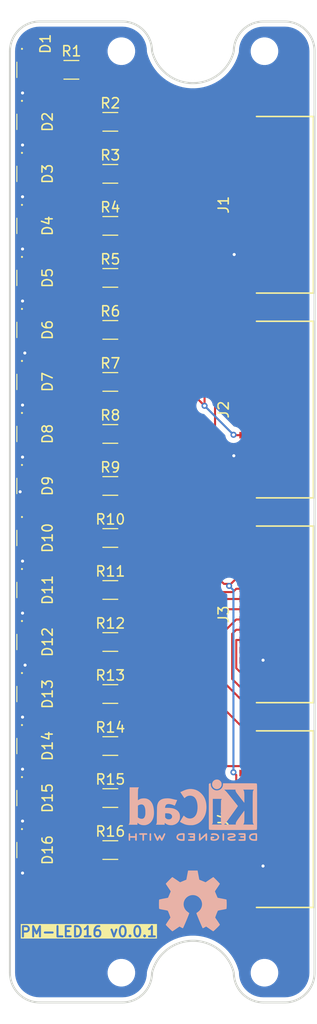
<source format=kicad_pcb>
(kicad_pcb (version 20240108) (generator "pcbnew") (generator_version "8.0")
  (title_block (title "${article} v${version}"))
  (layers (0 "F.Cu" signal) (31 "B.Cu" signal) (34 "B.Paste" user) (35 "F.Paste" user) (36 "B.SilkS" user "B.Silkscreen") (37 "F.SilkS" user "F.Silkscreen") (38 "B.Mask" user) (39 "F.Mask" user) (44 "Edge.Cuts" user))
  (property "article" "PM-LED16")
  (property "version" "0.0.1")
  (net 0 "")
  (net 1 "Net-(D1-Pad1)")
  (net 2 "GND")
  (net 3 "Net-(D2-Pad1)")
  (net 4 "Net-(D3-Pad1)")
  (net 5 "Net-(D4-Pad1)")
  (net 6 "Net-(D5-Pad1)")
  (net 7 "Net-(D6-Pad1)")
  (net 8 "Net-(D7-Pad1)")
  (net 9 "Net-(D8-Pad1)")
  (net 10 "Net-(D9-Pad1)")
  (net 11 "Net-(D10-Pad1)")
  (net 12 "Net-(D11-Pad1)")
  (net 13 "Net-(D12-Pad1)")
  (net 14 "Net-(D13-Pad1)")
  (net 15 "Net-(D14-Pad1)")
  (net 16 "Net-(D15-Pad1)")
  (net 17 "Net-(D16-Pad1)")
  (net 18 "Net-(J1-Pin_6)")
  (net 19 "Net-(J1-Pin_9)")
  (net 20 "Net-(J1-Pin_3)")
  (net 21 "Net-(J1-Pin_4)")
  (net 22 "Net-(J1-Pin_7)")
  (net 23 "Net-(J1-Pin_2)")
  (net 24 "Net-(J1-Pin_5)")
  (net 25 "Net-(J1-Pin_8)")
  (net 26 "Net-(J3-Pin_5)")
  (net 27 "Net-(J3-Pin_2)")
  (net 28 "Net-(J3-Pin_4)")
  (net 29 "Net-(J3-Pin_6)")
  (net 30 "Net-(J3-Pin_3)")
  (net 31 "Net-(J3-Pin_7)")
  (net 32 "Net-(J3-Pin_8)")
  (net 33 "Net-(J3-Pin_9)")
  (footprint "kicad_inventree_lib:1221GHCYR2S22C" (layer "F.Cu") (at 51.576 57.62 90)
    (property "Reference" "D1" (at 2.54 2.794 90) (layer "F.SilkS"))
    (property "Value" "12-21_GHC-YR2S2_2C" (hide yes))
    (pad "1" smd rect (at 1.42 0.555 90) (size 0.63 1.41) (layers "F.Cu" "F.Paste" "F.Mask") (net 1 "Net-(D1-Pad1)"))
    (pad "2" smd rect (at -1.42 0.555 90) (size 0.63 1.41) (layers "F.Cu" "F.Paste" "F.Mask") (net 2 "GND"))
    (pad "3" smd rect (at 0 1.045 180) (size 0.43 1.07) (layers "F.Cu" "F.Paste" "F.Mask"))
  )
  (footprint "Resistor_SMD:R_1206_3216Metric_Pad1.30x1.75mm_HandSolder" (layer "F.Cu") (at 60.72 93.18)
    (property "Reference" "R8" (at 0 -1.82 0) (layer "F.SilkS"))
    (property "Value" "680R")
    (pad "1" smd roundrect (at -1.55 0) (size 1.3 1.75) (layers "F.Cu" "F.Paste" "F.Mask") (roundrect_rratio 0.192308) (net 9 "Net-(D8-Pad1)"))
    (pad "2" smd roundrect (at 1.55 0) (size 1.3 1.75) (layers "F.Cu" "F.Paste" "F.Mask") (roundrect_rratio 0.192308) (net 23 "Net-(J1-Pin_2)"))
  )
  (footprint "Resistor_SMD:R_1206_3216Metric_Pad1.30x1.75mm_HandSolder" (layer "F.Cu") (at 60.72 103.34)
    (property "Reference" "R10" (at 0 -1.82 0) (layer "F.SilkS"))
    (property "Value" "680R")
    (pad "1" smd roundrect (at -1.55 0) (size 1.3 1.75) (layers "F.Cu" "F.Paste" "F.Mask") (roundrect_rratio 0.192308) (net 11 "Net-(D10-Pad1)"))
    (pad "2" smd roundrect (at 1.55 0) (size 1.3 1.75) (layers "F.Cu" "F.Paste" "F.Mask") (roundrect_rratio 0.192308) (net 32 "Net-(J3-Pin_8)"))
  )
  (footprint "kicad_inventree_lib:CONN10_AFA07-S10_JUS" (layer "F.Cu") (at 77.8 130.8 90)
    (property "Reference" "J4" (at 0 -6 90) (layer "F.SilkS"))
    (property "Value" "AFA07-S10FCC-00")
    (pad "1" smd rect (at -4.499991 -3.556 90) (size 0.635 1.8034) (layers "F.Cu" "F.Paste" "F.Mask") (net 2 "GND"))
    (pad "2" smd rect (at -3.499993 -3.556 90) (size 0.635 1.8034) (layers "F.Cu" "F.Paste" "F.Mask") (net 27 "Net-(J3-Pin_2)"))
    (pad "3" smd rect (at -2.499995 -3.556 90) (size 0.635 1.8034) (layers "F.Cu" "F.Paste" "F.Mask") (net 30 "Net-(J3-Pin_3)"))
    (pad "4" smd rect (at -1.499997 -3.556 90) (size 0.635 1.8034) (layers "F.Cu" "F.Paste" "F.Mask") (net 28 "Net-(J3-Pin_4)"))
    (pad "5" smd rect (at -0.499999 -3.556 90) (size 0.635 1.8034) (layers "F.Cu" "F.Paste" "F.Mask") (net 26 "Net-(J3-Pin_5)"))
    (pad "6" smd rect (at 0.499999 -3.556 90) (size 0.635 1.8034) (layers "F.Cu" "F.Paste" "F.Mask") (net 29 "Net-(J3-Pin_6)"))
    (pad "7" smd rect (at 1.499997 -3.556 90) (size 0.635 1.8034) (layers "F.Cu" "F.Paste" "F.Mask") (net 31 "Net-(J3-Pin_7)"))
    (pad "8" smd rect (at 2.499995 -3.556 90) (size 0.635 1.8034) (layers "F.Cu" "F.Paste" "F.Mask") (net 32 "Net-(J3-Pin_8)"))
    (pad "9" smd rect (at 3.499993 -3.556 90) (size 0.635 1.8034) (layers "F.Cu" "F.Paste" "F.Mask") (net 33 "Net-(J3-Pin_9)"))
    (pad "10" smd rect (at 4.499991 -3.556 90) (size 0.635 1.8034) (layers "F.Cu" "F.Paste" "F.Mask"))
    (pad "11" smd rect (at -6.850002 -1.385999 90) (size 2.5908 2.9972) (layers "F.Cu" "F.Paste" "F.Mask"))
    (pad "12" smd rect (at 6.850002 -1.385999 90) (size 2.5908 2.9972) (layers "F.Cu" "F.Paste" "F.Mask"))
  )
  (footprint "kicad_inventree_lib:CONN10_AFA07-S10_JUS" (layer "F.Cu") (at 77.8 70.8 90)
    (property "Reference" "J1" (at 0 -6 90) (layer "F.SilkS"))
    (property "Value" "AFA07-S10FCC-00")
    (pad "1" smd rect (at -4.499991 -3.556 90) (size 0.635 1.8034) (layers "F.Cu" "F.Paste" "F.Mask") (net 2 "GND"))
    (pad "2" smd rect (at -3.499993 -3.556 90) (size 0.635 1.8034) (layers "F.Cu" "F.Paste" "F.Mask") (net 23 "Net-(J1-Pin_2)"))
    (pad "3" smd rect (at -2.499995 -3.556 90) (size 0.635 1.8034) (layers "F.Cu" "F.Paste" "F.Mask") (net 20 "Net-(J1-Pin_3)"))
    (pad "4" smd rect (at -1.499997 -3.556 90) (size 0.635 1.8034) (layers "F.Cu" "F.Paste" "F.Mask") (net 21 "Net-(J1-Pin_4)"))
    (pad "5" smd rect (at -0.499999 -3.556 90) (size 0.635 1.8034) (layers "F.Cu" "F.Paste" "F.Mask") (net 24 "Net-(J1-Pin_5)"))
    (pad "6" smd rect (at 0.499999 -3.556 90) (size 0.635 1.8034) (layers "F.Cu" "F.Paste" "F.Mask") (net 18 "Net-(J1-Pin_6)"))
    (pad "7" smd rect (at 1.499997 -3.556 90) (size 0.635 1.8034) (layers "F.Cu" "F.Paste" "F.Mask") (net 22 "Net-(J1-Pin_7)"))
    (pad "8" smd rect (at 2.499995 -3.556 90) (size 0.635 1.8034) (layers "F.Cu" "F.Paste" "F.Mask") (net 25 "Net-(J1-Pin_8)"))
    (pad "9" smd rect (at 3.499993 -3.556 90) (size 0.635 1.8034) (layers "F.Cu" "F.Paste" "F.Mask") (net 19 "Net-(J1-Pin_9)"))
    (pad "10" smd rect (at 4.499991 -3.556 90) (size 0.635 1.8034) (layers "F.Cu" "F.Paste" "F.Mask"))
    (pad "11" smd rect (at -6.850002 -1.385999 90) (size 2.5908 2.9972) (layers "F.Cu" "F.Paste" "F.Mask"))
    (pad "12" smd rect (at 6.850002 -1.385999 90) (size 2.5908 2.9972) (layers "F.Cu" "F.Paste" "F.Mask"))
  )
  (footprint "kicad_inventree_lib:1221GHCYR2S22C" (layer "F.Cu") (at 51.576 108.42 90)
    (property "Reference" "D11" (at 0 3 90) (layer "F.SilkS"))
    (property "Value" "12-21_GHC-YR2S2_2C" (hide yes))
    (pad "1" smd rect (at 1.42 0.555 90) (size 0.63 1.41) (layers "F.Cu" "F.Paste" "F.Mask") (net 12 "Net-(D11-Pad1)"))
    (pad "2" smd rect (at -1.42 0.555 90) (size 0.63 1.41) (layers "F.Cu" "F.Paste" "F.Mask") (net 2 "GND"))
    (pad "3" smd rect (at 0 1.045 180) (size 0.43 1.07) (layers "F.Cu" "F.Paste" "F.Mask"))
  )
  (footprint "Resistor_SMD:R_1206_3216Metric_Pad1.30x1.75mm_HandSolder" (layer "F.Cu") (at 56.91 57.62)
    (property "Reference" "R1" (at 0 -1.82 0) (layer "F.SilkS"))
    (property "Value" "680R")
    (pad "1" smd roundrect (at -1.55 0) (size 1.3 1.75) (layers "F.Cu" "F.Paste" "F.Mask") (roundrect_rratio 0.192308) (net 1 "Net-(D1-Pad1)"))
    (pad "2" smd roundrect (at 1.55 0) (size 1.3 1.75) (layers "F.Cu" "F.Paste" "F.Mask") (roundrect_rratio 0.192308) (net 19 "Net-(J1-Pin_9)"))
  )
  (footprint "kicad_inventree_lib:1221GHCYR2S22C" (layer "F.Cu") (at 51.576 77.94 90)
    (property "Reference" "D5" (at 0 3 90) (layer "F.SilkS"))
    (property "Value" "12-21_GHC-YR2S2_2C" (hide yes))
    (pad "1" smd rect (at 1.42 0.555 90) (size 0.63 1.41) (layers "F.Cu" "F.Paste" "F.Mask") (net 6 "Net-(D5-Pad1)"))
    (pad "2" smd rect (at -1.42 0.555 90) (size 0.63 1.41) (layers "F.Cu" "F.Paste" "F.Mask") (net 2 "GND"))
    (pad "3" smd rect (at 0 1.045 180) (size 0.43 1.07) (layers "F.Cu" "F.Paste" "F.Mask"))
  )
  (footprint "kicad_inventree_lib:1221GHCYR2S22C" (layer "F.Cu") (at 51.576 123.66 90)
    (property "Reference" "D14" (at 0 3 90) (layer "F.SilkS"))
    (property "Value" "12-21_GHC-YR2S2_2C" (hide yes))
    (pad "1" smd rect (at 1.42 0.555 90) (size 0.63 1.41) (layers "F.Cu" "F.Paste" "F.Mask") (net 15 "Net-(D14-Pad1)"))
    (pad "2" smd rect (at -1.42 0.555 90) (size 0.63 1.41) (layers "F.Cu" "F.Paste" "F.Mask") (net 2 "GND"))
    (pad "3" smd rect (at 0 1.045 180) (size 0.43 1.07) (layers "F.Cu" "F.Paste" "F.Mask"))
  )
  (footprint "Resistor_SMD:R_1206_3216Metric_Pad1.30x1.75mm_HandSolder" (layer "F.Cu") (at 60.72 67.78)
    (property "Reference" "R3" (at 0 -1.82 0) (layer "F.SilkS"))
    (property "Value" "680R")
    (pad "1" smd roundrect (at -1.55 0) (size 1.3 1.75) (layers "F.Cu" "F.Paste" "F.Mask") (roundrect_rratio 0.192308) (net 4 "Net-(D3-Pad1)"))
    (pad "2" smd roundrect (at 1.55 0) (size 1.3 1.75) (layers "F.Cu" "F.Paste" "F.Mask") (roundrect_rratio 0.192308) (net 22 "Net-(J1-Pin_7)"))
  )
  (footprint "Resistor_SMD:R_1206_3216Metric_Pad1.30x1.75mm_HandSolder" (layer "F.Cu") (at 60.72 118.58)
    (property "Reference" "R13" (at 0 -1.82 0) (layer "F.SilkS"))
    (property "Value" "680R")
    (pad "1" smd roundrect (at -1.55 0) (size 1.3 1.75) (layers "F.Cu" "F.Paste" "F.Mask") (roundrect_rratio 0.192308) (net 14 "Net-(D13-Pad1)"))
    (pad "2" smd roundrect (at 1.55 0) (size 1.3 1.75) (layers "F.Cu" "F.Paste" "F.Mask") (roundrect_rratio 0.192308) (net 26 "Net-(J3-Pin_5)"))
  )
  (footprint "Resistor_SMD:R_1206_3216Metric_Pad1.30x1.75mm_HandSolder" (layer "F.Cu") (at 60.72 88.1)
    (property "Reference" "R7" (at 0 -1.82 0) (layer "F.SilkS"))
    (property "Value" "680R")
    (pad "1" smd roundrect (at -1.55 0) (size 1.3 1.75) (layers "F.Cu" "F.Paste" "F.Mask") (roundrect_rratio 0.192308) (net 8 "Net-(D7-Pad1)"))
    (pad "2" smd roundrect (at 1.55 0) (size 1.3 1.75) (layers "F.Cu" "F.Paste" "F.Mask") (roundrect_rratio 0.192308) (net 20 "Net-(J1-Pin_3)"))
  )
  (footprint "kicad_inventree_lib:1221GHCYR2S22C" (layer "F.Cu") (at 51.576 103.34 90)
    (property "Reference" "D10" (at 0 3 90) (layer "F.SilkS"))
    (property "Value" "12-21_GHC-YR2S2_2C" (hide yes))
    (pad "1" smd rect (at 1.42 0.555 90) (size 0.63 1.41) (layers "F.Cu" "F.Paste" "F.Mask") (net 11 "Net-(D10-Pad1)"))
    (pad "2" smd rect (at -1.42 0.555 90) (size 0.63 1.41) (layers "F.Cu" "F.Paste" "F.Mask") (net 2 "GND"))
    (pad "3" smd rect (at 0 1.045 180) (size 0.43 1.07) (layers "F.Cu" "F.Paste" "F.Mask"))
  )
  (footprint "Resistor_SMD:R_1206_3216Metric_Pad1.30x1.75mm_HandSolder" (layer "F.Cu") (at 60.72 83.02)
    (property "Reference" "R6" (at 0 -1.82 0) (layer "F.SilkS"))
    (property "Value" "680R")
    (pad "1" smd roundrect (at -1.55 0) (size 1.3 1.75) (layers "F.Cu" "F.Paste" "F.Mask") (roundrect_rratio 0.192308) (net 7 "Net-(D6-Pad1)"))
    (pad "2" smd roundrect (at 1.55 0) (size 1.3 1.75) (layers "F.Cu" "F.Paste" "F.Mask") (roundrect_rratio 0.192308) (net 21 "Net-(J1-Pin_4)"))
  )
  (footprint "kicad_inventree_lib:CONN10_AFA07-S10_JUS" (layer "F.Cu") (at 77.8 110.8 90)
    (property "Reference" "J3" (at 0 -6 90) (layer "F.SilkS"))
    (property "Value" "AFA07-S10FCC-00")
    (pad "1" smd rect (at -4.499991 -3.556 90) (size 0.635 1.8034) (layers "F.Cu" "F.Paste" "F.Mask") (net 2 "GND"))
    (pad "2" smd rect (at -3.499993 -3.556 90) (size 0.635 1.8034) (layers "F.Cu" "F.Paste" "F.Mask") (net 27 "Net-(J3-Pin_2)"))
    (pad "3" smd rect (at -2.499995 -3.556 90) (size 0.635 1.8034) (layers "F.Cu" "F.Paste" "F.Mask") (net 30 "Net-(J3-Pin_3)"))
    (pad "4" smd rect (at -1.499997 -3.556 90) (size 0.635 1.8034) (layers "F.Cu" "F.Paste" "F.Mask") (net 28 "Net-(J3-Pin_4)"))
    (pad "5" smd rect (at -0.499999 -3.556 90) (size 0.635 1.8034) (layers "F.Cu" "F.Paste" "F.Mask") (net 26 "Net-(J3-Pin_5)"))
    (pad "6" smd rect (at 0.499999 -3.556 90) (size 0.635 1.8034) (layers "F.Cu" "F.Paste" "F.Mask") (net 29 "Net-(J3-Pin_6)"))
    (pad "7" smd rect (at 1.499997 -3.556 90) (size 0.635 1.8034) (layers "F.Cu" "F.Paste" "F.Mask") (net 31 "Net-(J3-Pin_7)"))
    (pad "8" smd rect (at 2.499995 -3.556 90) (size 0.635 1.8034) (layers "F.Cu" "F.Paste" "F.Mask") (net 32 "Net-(J3-Pin_8)"))
    (pad "9" smd rect (at 3.499993 -3.556 90) (size 0.635 1.8034) (layers "F.Cu" "F.Paste" "F.Mask") (net 33 "Net-(J3-Pin_9)"))
    (pad "10" smd rect (at 4.499991 -3.556 90) (size 0.635 1.8034) (layers "F.Cu" "F.Paste" "F.Mask"))
    (pad "11" smd rect (at -6.850002 -1.385999 90) (size 2.5908 2.9972) (layers "F.Cu" "F.Paste" "F.Mask"))
    (pad "12" smd rect (at 6.850002 -1.385999 90) (size 2.5908 2.9972) (layers "F.Cu" "F.Paste" "F.Mask"))
  )
  (footprint "Resistor_SMD:R_1206_3216Metric_Pad1.30x1.75mm_HandSolder" (layer "F.Cu") (at 60.72 77.94)
    (property "Reference" "R5" (at 0 -1.82 0) (layer "F.SilkS"))
    (property "Value" "680R")
    (pad "1" smd roundrect (at -1.55 0) (size 1.3 1.75) (layers "F.Cu" "F.Paste" "F.Mask") (roundrect_rratio 0.192308) (net 6 "Net-(D5-Pad1)"))
    (pad "2" smd roundrect (at 1.55 0) (size 1.3 1.75) (layers "F.Cu" "F.Paste" "F.Mask") (roundrect_rratio 0.192308) (net 24 "Net-(J1-Pin_5)"))
  )
  (footprint "Resistor_SMD:R_1206_3216Metric_Pad1.30x1.75mm_HandSolder" (layer "F.Cu") (at 60.72 113.5)
    (property "Reference" "R12" (at 0 -1.82 0) (layer "F.SilkS"))
    (property "Value" "680R")
    (pad "1" smd roundrect (at -1.55 0) (size 1.3 1.75) (layers "F.Cu" "F.Paste" "F.Mask") (roundrect_rratio 0.192308) (net 13 "Net-(D12-Pad1)"))
    (pad "2" smd roundrect (at 1.55 0) (size 1.3 1.75) (layers "F.Cu" "F.Paste" "F.Mask") (roundrect_rratio 0.192308) (net 29 "Net-(J3-Pin_6)"))
  )
  (footprint "kicad_inventree_lib:1221GHCYR2S22C" (layer "F.Cu") (at 51.576 98.26 90)
    (property "Reference" "D9" (at 0 3 90) (layer "F.SilkS"))
    (property "Value" "12-21_GHC-YR2S2_2C" (hide yes))
    (pad "1" smd rect (at 1.42 0.555 90) (size 0.63 1.41) (layers "F.Cu" "F.Paste" "F.Mask") (net 10 "Net-(D9-Pad1)"))
    (pad "2" smd rect (at -1.42 0.555 90) (size 0.63 1.41) (layers "F.Cu" "F.Paste" "F.Mask") (net 2 "GND"))
    (pad "3" smd rect (at 0 1.045 180) (size 0.43 1.07) (layers "F.Cu" "F.Paste" "F.Mask"))
  )
  (footprint "kicad_inventree_lib:1221GHCYR2S22C" (layer "F.Cu") (at 51.576 83.02 90)
    (property "Reference" "D6" (at 0 3 90) (layer "F.SilkS"))
    (property "Value" "12-21_GHC-YR2S2_2C" (hide yes))
    (pad "1" smd rect (at 1.42 0.555 90) (size 0.63 1.41) (layers "F.Cu" "F.Paste" "F.Mask") (net 7 "Net-(D6-Pad1)"))
    (pad "2" smd rect (at -1.42 0.555 90) (size 0.63 1.41) (layers "F.Cu" "F.Paste" "F.Mask") (net 2 "GND"))
    (pad "3" smd rect (at 0 1.045 180) (size 0.43 1.07) (layers "F.Cu" "F.Paste" "F.Mask"))
  )
  (footprint "Resistor_SMD:R_1206_3216Metric_Pad1.30x1.75mm_HandSolder" (layer "F.Cu") (at 60.72 62.7)
    (property "Reference" "R2" (at 0 -1.82 0) (layer "F.SilkS"))
    (property "Value" "680R")
    (pad "1" smd roundrect (at -1.55 0) (size 1.3 1.75) (layers "F.Cu" "F.Paste" "F.Mask") (roundrect_rratio 0.192308) (net 3 "Net-(D2-Pad1)"))
    (pad "2" smd roundrect (at 1.55 0) (size 1.3 1.75) (layers "F.Cu" "F.Paste" "F.Mask") (roundrect_rratio 0.192308) (net 25 "Net-(J1-Pin_8)"))
  )
  (footprint "MountingHole:MountingHole_2.2mm_M2" (layer "F.Cu") (at 75.8 55.8)
    (property "Reference" "H1" (hide yes))
    (property "Value" "MountingHole")
    (pad "" np_thru_hole circle (at 0 0) (size 2.2 2.2) (drill 2.2) (layers "*.Cu" "*.Mask"))
  )
  (footprint "kicad_inventree_lib:1221GHCYR2S22C" (layer "F.Cu") (at 51.576 62.7 90)
    (property "Reference" "D2" (at 0 3 90) (layer "F.SilkS"))
    (property "Value" "12-21_GHC-YR2S2_2C" (hide yes))
    (pad "1" smd rect (at 1.42 0.555 90) (size 0.63 1.41) (layers "F.Cu" "F.Paste" "F.Mask") (net 3 "Net-(D2-Pad1)"))
    (pad "2" smd rect (at -1.42 0.555 90) (size 0.63 1.41) (layers "F.Cu" "F.Paste" "F.Mask") (net 2 "GND"))
    (pad "3" smd rect (at 0 1.045 180) (size 0.43 1.07) (layers "F.Cu" "F.Paste" "F.Mask"))
  )
  (footprint "Resistor_SMD:R_1206_3216Metric_Pad1.30x1.75mm_HandSolder" (layer "F.Cu") (at 60.72 72.86)
    (property "Reference" "R4" (at 0 -1.82 0) (layer "F.SilkS"))
    (property "Value" "680R")
    (pad "1" smd roundrect (at -1.55 0) (size 1.3 1.75) (layers "F.Cu" "F.Paste" "F.Mask") (roundrect_rratio 0.192308) (net 5 "Net-(D4-Pad1)"))
    (pad "2" smd roundrect (at 1.55 0) (size 1.3 1.75) (layers "F.Cu" "F.Paste" "F.Mask") (roundrect_rratio 0.192308) (net 18 "Net-(J1-Pin_6)"))
  )
  (footprint "kicad_inventree_lib:1221GHCYR2S22C" (layer "F.Cu") (at 51.576 88.1 90)
    (property "Reference" "D7" (at 0 3 90) (layer "F.SilkS"))
    (property "Value" "12-21_GHC-YR2S2_2C" (hide yes))
    (pad "1" smd rect (at 1.42 0.555 90) (size 0.63 1.41) (layers "F.Cu" "F.Paste" "F.Mask") (net 8 "Net-(D7-Pad1)"))
    (pad "2" smd rect (at -1.42 0.555 90) (size 0.63 1.41) (layers "F.Cu" "F.Paste" "F.Mask") (net 2 "GND"))
    (pad "3" smd rect (at 0 1.045 180) (size 0.43 1.07) (layers "F.Cu" "F.Paste" "F.Mask"))
  )
  (footprint "MountingHole:MountingHole_2.2mm_M2" (layer "F.Cu") (at 61.8 145.8)
    (property "Reference" "H4" (hide yes))
    (property "Value" "MountingHole")
    (pad "" np_thru_hole circle (at 0 0) (size 2.2 2.2) (drill 2.2) (layers "*.Cu" "*.Mask"))
  )
  (footprint "MountingHole:MountingHole_2.2mm_M2" (layer "F.Cu") (at 75.8 145.8)
    (property "Reference" "H2" (hide yes))
    (property "Value" "MountingHole")
    (pad "" np_thru_hole circle (at 0 0) (size 2.2 2.2) (drill 2.2) (layers "*.Cu" "*.Mask"))
  )
  (footprint "kicad_inventree_lib:1221GHCYR2S22C" (layer "F.Cu") (at 51.576 118.58 90)
    (property "Reference" "D13" (at 0 3 90) (layer "F.SilkS"))
    (property "Value" "12-21_GHC-YR2S2_2C" (hide yes))
    (pad "1" smd rect (at 1.42 0.555 90) (size 0.63 1.41) (layers "F.Cu" "F.Paste" "F.Mask") (net 14 "Net-(D13-Pad1)"))
    (pad "2" smd rect (at -1.42 0.555 90) (size 0.63 1.41) (layers "F.Cu" "F.Paste" "F.Mask") (net 2 "GND"))
    (pad "3" smd rect (at 0 1.045 180) (size 0.43 1.07) (layers "F.Cu" "F.Paste" "F.Mask"))
  )
  (footprint "kicad_inventree_lib:1221GHCYR2S22C" (layer "F.Cu") (at 51.576 128.74 90)
    (property "Reference" "D15" (at 0 3 90) (layer "F.SilkS"))
    (property "Value" "12-21_GHC-YR2S2_2C" (hide yes))
    (pad "1" smd rect (at 1.42 0.555 90) (size 0.63 1.41) (layers "F.Cu" "F.Paste" "F.Mask") (net 16 "Net-(D15-Pad1)"))
    (pad "2" smd rect (at -1.42 0.555 90) (size 0.63 1.41) (layers "F.Cu" "F.Paste" "F.Mask") (net 2 "GND"))
    (pad "3" smd rect (at 0 1.045 180) (size 0.43 1.07) (layers "F.Cu" "F.Paste" "F.Mask"))
  )
  (footprint "Resistor_SMD:R_1206_3216Metric_Pad1.30x1.75mm_HandSolder" (layer "F.Cu") (at 60.72 108.42)
    (property "Reference" "R11" (at 0 -1.82 0) (layer "F.SilkS"))
    (property "Value" "680R")
    (pad "1" smd roundrect (at -1.55 0) (size 1.3 1.75) (layers "F.Cu" "F.Paste" "F.Mask") (roundrect_rratio 0.192308) (net 12 "Net-(D11-Pad1)"))
    (pad "2" smd roundrect (at 1.55 0) (size 1.3 1.75) (layers "F.Cu" "F.Paste" "F.Mask") (roundrect_rratio 0.192308) (net 31 "Net-(J3-Pin_7)"))
  )
  (footprint "Resistor_SMD:R_1206_3216Metric_Pad1.30x1.75mm_HandSolder" (layer "F.Cu") (at 60.72 123.66)
    (property "Reference" "R14" (at 0 -1.82 0) (layer "F.SilkS"))
    (property "Value" "680R")
    (pad "1" smd roundrect (at -1.55 0) (size 1.3 1.75) (layers "F.Cu" "F.Paste" "F.Mask") (roundrect_rratio 0.192308) (net 15 "Net-(D14-Pad1)"))
    (pad "2" smd roundrect (at 1.55 0) (size 1.3 1.75) (layers "F.Cu" "F.Paste" "F.Mask") (roundrect_rratio 0.192308) (net 28 "Net-(J3-Pin_4)"))
  )
  (footprint "kicad_inventree_lib:1221GHCYR2S22C" (layer "F.Cu") (at 51.576 113.5 90)
    (property "Reference" "D12" (at 0 3 90) (layer "F.SilkS"))
    (property "Value" "12-21_GHC-YR2S2_2C" (hide yes))
    (pad "1" smd rect (at 1.42 0.555 90) (size 0.63 1.41) (layers "F.Cu" "F.Paste" "F.Mask") (net 13 "Net-(D12-Pad1)"))
    (pad "2" smd rect (at -1.42 0.555 90) (size 0.63 1.41) (layers "F.Cu" "F.Paste" "F.Mask") (net 2 "GND"))
    (pad "3" smd rect (at 0 1.045 180) (size 0.43 1.07) (layers "F.Cu" "F.Paste" "F.Mask"))
  )
  (footprint "kicad_inventree_lib:1221GHCYR2S22C" (layer "F.Cu") (at 51.576 93.18 90)
    (property "Reference" "D8" (at 0 3 90) (layer "F.SilkS"))
    (property "Value" "12-21_GHC-YR2S2_2C" (hide yes))
    (pad "1" smd rect (at 1.42 0.555 90) (size 0.63 1.41) (layers "F.Cu" "F.Paste" "F.Mask") (net 9 "Net-(D8-Pad1)"))
    (pad "2" smd rect (at -1.42 0.555 90) (size 0.63 1.41) (layers "F.Cu" "F.Paste" "F.Mask") (net 2 "GND"))
    (pad "3" smd rect (at 0 1.045 180) (size 0.43 1.07) (layers "F.Cu" "F.Paste" "F.Mask"))
  )
  (footprint "Resistor_SMD:R_1206_3216Metric_Pad1.30x1.75mm_HandSolder" (layer "F.Cu") (at 60.72 133.82)
    (property "Reference" "R16" (at 0 -1.82 0) (layer "F.SilkS"))
    (property "Value" "680R")
    (pad "1" smd roundrect (at -1.55 0) (size 1.3 1.75) (layers "F.Cu" "F.Paste" "F.Mask") (roundrect_rratio 0.192308) (net 17 "Net-(D16-Pad1)"))
    (pad "2" smd roundrect (at 1.55 0) (size 1.3 1.75) (layers "F.Cu" "F.Paste" "F.Mask") (roundrect_rratio 0.192308) (net 27 "Net-(J3-Pin_2)"))
  )
  (footprint "kicad_inventree_lib:1221GHCYR2S22C" (layer "F.Cu") (at 51.576 133.82 90)
    (property "Reference" "D16" (at 0 3 90) (layer "F.SilkS"))
    (property "Value" "12-21_GHC-YR2S2_2C" (hide yes))
    (pad "1" smd rect (at 1.42 0.555 90) (size 0.63 1.41) (layers "F.Cu" "F.Paste" "F.Mask") (net 17 "Net-(D16-Pad1)"))
    (pad "2" smd rect (at -1.42 0.555 90) (size 0.63 1.41) (layers "F.Cu" "F.Paste" "F.Mask") (net 2 "GND"))
    (pad "3" smd rect (at 0 1.045 180) (size 0.43 1.07) (layers "F.Cu" "F.Paste" "F.Mask"))
  )
  (footprint "kicad_inventree_lib:1221GHCYR2S22C" (layer "F.Cu") (at 51.576 72.86 90)
    (property "Reference" "D4" (at 0 3 90) (layer "F.SilkS"))
    (property "Value" "12-21_GHC-YR2S2_2C" (hide yes))
    (pad "1" smd rect (at 1.42 0.555 90) (size 0.63 1.41) (layers "F.Cu" "F.Paste" "F.Mask") (net 5 "Net-(D4-Pad1)"))
    (pad "2" smd rect (at -1.42 0.555 90) (size 0.63 1.41) (layers "F.Cu" "F.Paste" "F.Mask") (net 2 "GND"))
    (pad "3" smd rect (at 0 1.045 180) (size 0.43 1.07) (layers "F.Cu" "F.Paste" "F.Mask"))
  )
  (footprint "MountingHole:MountingHole_2.2mm_M2" (layer "F.Cu") (at 61.8 55.8)
    (property "Reference" "H3" (hide yes))
    (property "Value" "MountingHole")
    (pad "" np_thru_hole circle (at 0 0) (size 2.2 2.2) (drill 2.2) (layers "*.Cu" "*.Mask"))
  )
  (footprint "Resistor_SMD:R_1206_3216Metric_Pad1.30x1.75mm_HandSolder" (layer "F.Cu") (at 60.72 128.74)
    (property "Reference" "R15" (at 0 -1.82 0) (layer "F.SilkS"))
    (property "Value" "680R")
    (pad "1" smd roundrect (at -1.55 0) (size 1.3 1.75) (layers "F.Cu" "F.Paste" "F.Mask") (roundrect_rratio 0.192308) (net 16 "Net-(D15-Pad1)"))
    (pad "2" smd roundrect (at 1.55 0) (size 1.3 1.75) (layers "F.Cu" "F.Paste" "F.Mask") (roundrect_rratio 0.192308) (net 30 "Net-(J3-Pin_3)"))
  )
  (footprint "kicad_inventree_lib:1221GHCYR2S22C" (layer "F.Cu") (at 51.576 67.78 90)
    (property "Reference" "D3" (at 0 3 90) (layer "F.SilkS"))
    (property "Value" "12-21_GHC-YR2S2_2C" (hide yes))
    (pad "1" smd rect (at 1.42 0.555 90) (size 0.63 1.41) (layers "F.Cu" "F.Paste" "F.Mask") (net 4 "Net-(D3-Pad1)"))
    (pad "2" smd rect (at -1.42 0.555 90) (size 0.63 1.41) (layers "F.Cu" "F.Paste" "F.Mask") (net 2 "GND"))
    (pad "3" smd rect (at 0 1.045 180) (size 0.43 1.07) (layers "F.Cu" "F.Paste" "F.Mask"))
  )
  (footprint "kicad_inventree_lib:CONN10_AFA07-S10_JUS" (layer "F.Cu") (at 77.8 90.8 90)
    (property "Reference" "J2" (at 0 -6 90) (layer "F.SilkS"))
    (property "Value" "AFA07-S10FCC-00")
    (pad "1" smd rect (at -4.499991 -3.556 90) (size 0.635 1.8034) (layers "F.Cu" "F.Paste" "F.Mask") (net 2 "GND"))
    (pad "2" smd rect (at -3.499993 -3.556 90) (size 0.635 1.8034) (layers "F.Cu" "F.Paste" "F.Mask") (net 23 "Net-(J1-Pin_2)"))
    (pad "3" smd rect (at -2.499995 -3.556 90) (size 0.635 1.8034) (layers "F.Cu" "F.Paste" "F.Mask") (net 20 "Net-(J1-Pin_3)"))
    (pad "4" smd rect (at -1.499997 -3.556 90) (size 0.635 1.8034) (layers "F.Cu" "F.Paste" "F.Mask") (net 21 "Net-(J1-Pin_4)"))
    (pad "5" smd rect (at -0.499999 -3.556 90) (size 0.635 1.8034) (layers "F.Cu" "F.Paste" "F.Mask") (net 24 "Net-(J1-Pin_5)"))
    (pad "6" smd rect (at 0.499999 -3.556 90) (size 0.635 1.8034) (layers "F.Cu" "F.Paste" "F.Mask") (net 18 "Net-(J1-Pin_6)"))
    (pad "7" smd rect (at 1.499997 -3.556 90) (size 0.635 1.8034) (layers "F.Cu" "F.Paste" "F.Mask") (net 22 "Net-(J1-Pin_7)"))
    (pad "8" smd rect (at 2.499995 -3.556 90) (size 0.635 1.8034) (layers "F.Cu" "F.Paste" "F.Mask") (net 25 "Net-(J1-Pin_8)"))
    (pad "9" smd rect (at 3.499993 -3.556 90) (size 0.635 1.8034) (layers "F.Cu" "F.Paste" "F.Mask") (net 19 "Net-(J1-Pin_9)"))
    (pad "10" smd rect (at 4.499991 -3.556 90) (size 0.635 1.8034) (layers "F.Cu" "F.Paste" "F.Mask"))
    (pad "11" smd rect (at -6.850002 -1.385999 90) (size 2.5908 2.9972) (layers "F.Cu" "F.Paste" "F.Mask"))
    (pad "12" smd rect (at 6.850002 -1.385999 90) (size 2.5908 2.9972) (layers "F.Cu" "F.Paste" "F.Mask"))
  )
  (footprint "Resistor_SMD:R_1206_3216Metric_Pad1.30x1.75mm_HandSolder" (layer "F.Cu") (at 60.72 98.26)
    (property "Reference" "R9" (at 0 -1.82 0) (layer "F.SilkS"))
    (property "Value" "680R")
    (pad "1" smd roundrect (at -1.55 0) (size 1.3 1.75) (layers "F.Cu" "F.Paste" "F.Mask") (roundrect_rratio 0.192308) (net 10 "Net-(D9-Pad1)"))
    (pad "2" smd roundrect (at 1.55 0) (size 1.3 1.75) (layers "F.Cu" "F.Paste" "F.Mask") (roundrect_rratio 0.192308) (net 33 "Net-(J3-Pin_9)"))
  )
  (footprint "Symbol:OSHW-Symbol_6.7x6mm_SilkScreen" (layer "B.Cu") (at 68.8 138.8 180)
    (property "Reference" "REF**" (hide yes))
    (property "Value" "OSHW-Symbol_6.7x6mm_SilkScreen" (hide yes))
  )
  (footprint "Symbol:KiCad-Logo2_5mm_SilkScreen" (layer "B.Cu") (at 68.8 129.91 180)
    (property "Reference" "Logo_kicad" (hide yes))
    (property "Value" "KiCad-Logo2_5mm_SilkScreen" (hide yes))
  )
  (gr_arc (start 61.9 52.9) (mid 63.95061 53.74939) (end 64.8 55.8) (stroke (width 0.2)) (layer "Edge.Cuts"))
  (gr_line (start 50.9 145.8) (end 50.9 55.8) (stroke (width 0.2)) (layer "Edge.Cuts"))
  (gr_arc (start 72.799999 55.8) (mid 68.8 58.923105) (end 64.800001 55.8) (stroke (width 0.2)) (layer "Edge.Cuts"))
  (gr_arc (start 72.8 55.8) (mid 73.64939 53.74939) (end 75.7 52.9) (stroke (width 0.2)) (layer "Edge.Cuts"))
  (gr_line (start 77.8 52.9) (end 75.7 52.9) (stroke (width 0.2)) (layer "Edge.Cuts"))
  (gr_arc (start 75.7 148.7) (mid 73.64939 147.85061) (end 72.8 145.8) (stroke (width 0.2)) (layer "Edge.Cuts"))
  (gr_line (start 61.9 148.7) (end 53.8 148.7) (stroke (width 0.2)) (layer "Edge.Cuts"))
  (gr_arc (start 80.7 145.8) (mid 79.85061 147.85061) (end 77.8 148.7) (stroke (width 0.2)) (layer "Edge.Cuts"))
  (gr_line (start 61.9 52.9) (end 53.8 52.9) (stroke (width 0.2)) (layer "Edge.Cuts"))
  (gr_line (start 77.8 148.7) (end 75.7 148.7) (stroke (width 0.2)) (layer "Edge.Cuts"))
  (gr_arc (start 53.8 148.7) (mid 51.74939 147.85061) (end 50.9 145.8) (stroke (width 0.2)) (layer "Edge.Cuts"))
  (gr_arc (start 77.8 52.9) (mid 79.85061 53.74939) (end 80.7 55.8) (stroke (width 0.2)) (layer "Edge.Cuts"))
  (gr_line (start 80.7 55.8) (end 80.7 145.8) (stroke (width 0.2)) (layer "Edge.Cuts"))
  (gr_arc (start 64.8 145.8) (mid 63.95061 147.85061) (end 61.9 148.7) (stroke (width 0.2)) (layer "Edge.Cuts"))
  (gr_arc (start 64.800001 145.8) (mid 68.8 142.676895) (end 72.799999 145.8) (stroke (width 0.2)) (layer "Edge.Cuts"))
  (gr_arc (start 50.9 55.8) (mid 51.74939 53.74939) (end 53.8 52.9) (stroke (width 0.2)) (layer "Edge.Cuts"))
  (gr_text "${article} v${version}" (at 51.8 141.8 0) (layer "F.SilkS" knockout) (effects (font (size 1 1) (thickness 0.2) (bold yes)) (justify left)))
  (segment (start 53.94 56.2) (end 52.131 56.2) (width 0.2) (layer "F.Cu") (net 1))
  (segment (start 55.36 57.62) (end 53.94 56.2) (width 0.2) (layer "F.Cu") (net 1))
  (segment (start 74.244 115.3) (end 75.4474 115.3) (width 0.2) (layer "F.Cu") (net 2))
  (segment (start 52.131 64.9626) (end 52.131 64.12) (width 0.2) (layer "F.Cu") (net 2))
  (segment (start 72.8011 95.3096) (end 73.031 95.3096) (width 0.2) (layer "F.Cu") (net 2))
  (segment (start 75.5247 135.3773) (end 75.4474 135.3) (width 0.2) (layer "F.Cu") (net 2))
  (segment (start 52.131 69.2) (end 52.131 70.0175) (width 0.2) (layer "F.Cu") (net 2))
  (segment (start 75.6581 135.3773) (end 75.5247 135.3773) (width 0.2) (layer "F.Cu") (net 2))
  (segment (start 52.131 99.68) (end 52.131 99.0633) (width 0.2) (layer "F.Cu") (net 2))
  (segment (start 52.159 115.5367) (end 52.131 115.5367) (width 0.2) (layer "F.Cu") (net 2))
  (segment (start 74.244 95.3) (end 73.0406 95.3) (width 0.2) (layer "F.Cu") (net 2))
  (segment (start 52.131 110.68) (end 52.131 109.84) (width 0.2) (layer "F.Cu") (net 2))
  (segment (start 72.8365 75.6565) (end 73.0406 75.4524) (width 0.2) (layer "F.Cu") (net 2))
  (segment (start 52.131 80.1987) (end 52.131 79.36) (width 0.2) (layer "F.Cu") (net 2))
  (segment (start 52.131 59.88) (end 52.131 59.04) (width 0.2) (layer "F.Cu") (net 2))
  (segment (start 52.131 130.987) (end 52.131 130.16) (width 0.2) (layer "F.Cu") (net 2))
  (segment (start 52.131 114.92) (end 52.131 115.5367) (width 0.2) (layer "F.Cu") (net 2))
  (segment (start 51.8945 98.8268) (end 52.131 99.0633) (width 0.2) (layer "F.Cu") (net 2))
  (segment (start 52.38 115.7577) (end 52.159 115.5367) (width 0.2) (layer "F.Cu") (net 2))
  (segment (start 52.131 105.6) (end 52.131 104.76) (width 0.2) (layer "F.Cu") (net 2))
  (segment (start 52.355 85.2775) (end 52.1342 85.0567) (width 0.2) (layer "F.Cu") (net 2))
  (segment (start 74.244 75.3) (end 73.0406 75.3) (width 0.2) (layer "F.Cu") (net 2))
  (segment (start 52.131 125.92) (end 52.131 125.08) (width 0.2) (layer "F.Cu") (net 2))
  (segment (start 52.131 135.24) (end 52.131 136.0655) (width 0.2) (layer "F.Cu") (net 2))
  (segment (start 75.6619 115.275) (end 75.4724 115.275) (width 0.2) (layer "F.Cu") (net 2))
  (segment (start 74.244 135.3) (end 75.4474 135.3) (width 0.2) (layer "F.Cu") (net 2))
  (segment (start 73.0406 75.4524) (end 73.0406 75.3) (width 0.2) (layer "F.Cu") (net 2))
  (segment (start 52.131 95.44) (end 52.131 94.6) (width 0.2) (layer "F.Cu") (net 2))
  (segment (start 73.031 95.3096) (end 73.0406 95.3) (width 0.2) (layer "F.Cu") (net 2))
  (segment (start 75.4724 115.275) (end 75.4474 115.3) (width 0.2) (layer "F.Cu") (net 2))
  (segment (start 52.1342 85.0567) (end 52.131 85.0567) (width 0.2) (layer "F.Cu") (net 2))
  (segment (start 52.131 75.12) (end 52.131 74.28) (width 0.2) (layer "F.Cu") (net 2))
  (segment (start 52.131 90.36) (end 52.131 89.52) (width 0.2) (layer "F.Cu") (net 2))
  (segment (start 52.131 120.8335) (end 52.131 120) (width 0.2) (layer "F.Cu") (net 2))
  (segment (start 52.131 84.44) (end 52.131 85.0567) (width 0.2) (layer "F.Cu") (net 2))
  (via (at 52.131 90.36) (size 0.6) (drill 0.3) (layers "F.Cu" "B.Cu") (net 2))
  (via (at 52.131 120.8335) (size 0.6) (drill 0.3) (layers "F.Cu" "B.Cu") (net 2))
  (via (at 52.131 80.1987) (size 0.6) (drill 0.3) (layers "F.Cu" "B.Cu") (net 2))
  (via (at 52.131 95.44) (size 0.6) (drill 0.3) (layers "F.Cu" "B.Cu") (net 2))
  (via (at 52.131 64.9626) (size 0.6) (drill 0.3) (layers "F.Cu" "B.Cu") (net 2))
  (via (at 72.8365 75.6565) (size 0.6) (drill 0.3) (layers "F.Cu" "B.Cu") (net 2))
  (via (at 52.38 115.7577) (size 0.6) (drill 0.3) (layers "F.Cu" "B.Cu") (net 2))
  (via (at 51.8945 98.8268) (size 0.6) (drill 0.3) (layers "F.Cu" "B.Cu") (net 2))
  (via (at 52.131 125.92) (size 0.6) (drill 0.3) (layers "F.Cu" "B.Cu") (net 2))
  (via (at 72.8011 95.3096) (size 0.6) (drill 0.3) (layers "F.Cu" "B.Cu") (net 2))
  (via (at 52.131 105.6) (size 0.6) (drill 0.3) (layers "F.Cu" "B.Cu") (net 2))
  (via (at 52.131 130.987) (size 0.6) (drill 0.3) (layers "F.Cu" "B.Cu") (net 2))
  (via (at 52.131 110.68) (size 0.6) (drill 0.3) (layers "F.Cu" "B.Cu") (net 2))
  (via (at 52.131 75.12) (size 0.6) (drill 0.3) (layers "F.Cu" "B.Cu") (net 2))
  (via (at 75.6619 115.275) (size 0.6) (drill 0.3) (layers "F.Cu" "B.Cu") (net 2))
  (via (at 52.131 136.0655) (size 0.6) (drill 0.3) (layers "F.Cu" "B.Cu") (net 2))
  (via (at 75.6581 135.3773) (size 0.6) (drill 0.3) (layers "F.Cu" "B.Cu") (net 2))
  (via (at 52.131 59.88) (size 0.6) (drill 0.3) (layers "F.Cu" "B.Cu") (net 2))
  (via (at 52.131 70.0175) (size 0.6) (drill 0.3) (layers "F.Cu" "B.Cu") (net 2))
  (via (at 52.355 85.2775) (size 0.6) (drill 0.3) (layers "F.Cu" "B.Cu") (net 2))
  (segment (start 59.17 62.7) (end 57.75 61.28) (width 0.2) (layer "F.Cu") (net 3))
  (segment (start 57.75 61.28) (end 52.131 61.28) (width 0.2) (layer "F.Cu") (net 3))
  (segment (start 59.17 67.78) (end 57.75 66.36) (width 0.2) (layer "F.Cu") (net 4))
  (segment (start 57.75 66.36) (end 52.131 66.36) (width 0.2) (layer "F.Cu") (net 4))
  (segment (start 57.75 71.44) (end 52.131 71.44) (width 0.2) (layer "F.Cu") (net 5))
  (segment (start 59.17 72.86) (end 57.75 71.44) (width 0.2) (layer "F.Cu") (net 5))
  (segment (start 57.75 76.52) (end 52.131 76.52) (width 0.2) (layer "F.Cu") (net 6))
  (segment (start 59.17 77.94) (end 57.75 76.52) (width 0.2) (layer "F.Cu") (net 6))
  (segment (start 57.75 81.6) (end 52.131 81.6) (width 0.2) (layer "F.Cu") (net 7))
  (segment (start 59.17 83.02) (end 57.75 81.6) (width 0.2) (layer "F.Cu") (net 7))
  (segment (start 59.17 88.1) (end 57.75 86.68) (width 0.2) (layer "F.Cu") (net 8))
  (segment (start 57.75 86.68) (end 52.131 86.68) (width 0.2) (layer "F.Cu") (net 8))
  (segment (start 57.75 91.76) (end 52.131 91.76) (width 0.2) (layer "F.Cu") (net 9))
  (segment (start 59.17 93.18) (end 57.75 91.76) (width 0.2) (layer "F.Cu") (net 9))
  (segment (start 57.75 96.84) (end 52.131 96.84) (width 0.2) (layer "F.Cu") (net 10))
  (segment (start 59.17 98.26) (end 57.75 96.84) (width 0.2) (layer "F.Cu") (net 10))
  (segment (start 59.17 103.34) (end 57.75 101.92) (width 0.2) (layer "F.Cu") (net 11))
  (segment (start 57.75 101.92) (end 52.131 101.92) (width 0.2) (layer "F.Cu") (net 11))
  (segment (start 59.17 108.42) (end 57.75 107) (width 0.2) (layer "F.Cu") (net 12))
  (segment (start 57.75 107) (end 52.131 107) (width 0.2) (layer "F.Cu") (net 12))
  (segment (start 57.75 112.08) (end 52.131 112.08) (width 0.2) (layer "F.Cu") (net 13))
  (segment (start 59.17 113.5) (end 57.75 112.08) (width 0.2) (layer "F.Cu") (net 13))
  (segment (start 59.17 118.58) (end 57.75 117.16) (width 0.2) (layer "F.Cu") (net 14))
  (segment (start 57.75 117.16) (end 52.131 117.16) (width 0.2) (layer "F.Cu") (net 14))
  (segment (start 59.17 123.66) (end 57.75 122.24) (width 0.2) (layer "F.Cu") (net 15))
  (segment (start 57.75 122.24) (end 52.131 122.24) (width 0.2) (layer "F.Cu") (net 15))
  (segment (start 59.17 128.74) (end 57.75 127.32) (width 0.2) (layer "F.Cu") (net 16))
  (segment (start 57.75 127.32) (end 52.131 127.32) (width 0.2) (layer "F.Cu") (net 16))
  (segment (start 59.17 133.82) (end 57.75 132.4) (width 0.2) (layer "F.Cu") (net 17))
  (segment (start 57.75 132.4) (end 52.131 132.4) (width 0.2) (layer "F.Cu") (net 17))
  (segment (start 73.0406 90.3) (end 72.2372 89.4966) (width 0.2) (layer "F.Cu") (net 18))
  (segment (start 78.6408 79.2525) (end 78.6408 73.4934) (width 0.2) (layer "F.Cu") (net 18))
  (segment (start 72.2372 89.4966) (end 72.2372 83.7487) (width 0.2) (layer "F.Cu") (net 18))
  (segment (start 72.2372 83.7487) (end 75.352 80.6339) (width 0.2) (layer "F.Cu") (net 18))
  (segment (start 75.352 80.6339) (end 77.2594 80.6339) (width 0.2) (layer "F.Cu") (net 18))
  (segment (start 64.83 70.3) (end 74.244 70.3) (width 0.2) (layer "F.Cu") (net 18))
  (segment (start 78.6408 73.4934) (end 75.4474 70.3) (width 0.2) (layer "F.Cu") (net 18))
  (segment (start 77.2594 80.6339) (end 78.6408 79.2525) (width 0.2) (layer "F.Cu") (net 18))
  (segment (start 62.27 72.86) (end 64.83 70.3) (width 0.2) (layer "F.Cu") (net 18))
  (segment (start 74.244 90.3) (end 73.0406 90.3) (width 0.2) (layer "F.Cu") (net 18))
  (segment (start 74.244 70.3) (end 75.4474 70.3) (width 0.2) (layer "F.Cu") (net 18))
  (segment (start 79.8459 83.7958) (end 79.8459 71.6985) (width 0.2) (layer "F.Cu") (net 19))
  (segment (start 74.244 67.3) (end 75.4474 67.3) (width 0.2) (layer "F.Cu") (net 19))
  (segment (start 71.8565 67.3) (end 74.244 67.3) (width 0.2) (layer "F.Cu") (net 19))
  (segment (start 58.46 57.62) (end 62.1765 57.62) (width 0.2) (layer "F.Cu") (net 19))
  (segment (start 62.1765 57.62) (end 71.8565 67.3) (width 0.2) (layer "F.Cu") (net 19))
  (segment (start 76.3417 87.3) (end 79.8459 83.7958) (width 0.2) (layer "F.Cu") (net 19))
  (segment (start 74.244 87.3) (end 76.3417 87.3) (width 0.2) (layer "F.Cu") (net 19))
  (segment (start 79.8459 71.6985) (end 75.4474 67.3) (width 0.2) (layer "F.Cu") (net 19))
  (segment (start 67.61 88.1) (end 69.9381 90.4281) (width 0.2) (layer "F.Cu") (net 20))
  (segment (start 69.9381 76.4025) (end 73.0406 73.3) (width 0.2) (layer "F.Cu") (net 20))
  (segment (start 74.244 93.3) (end 72.81 93.3) (width 0.2) (layer "F.Cu") (net 20))
  (segment (start 62.27 88.1) (end 67.61 88.1) (width 0.2) (layer "F.Cu") (net 20))
  (segment (start 72.81 93.3) (end 72.7721 93.2621) (width 0.2) (layer "F.Cu") (net 20))
  (segment (start 69.9381 90.4281) (end 69.9381 76.4025) (width 0.2) (layer "F.Cu") (net 20))
  (segment (start 74.244 73.3) (end 73.0406 73.3) (width 0.2) (layer "F.Cu") (net 20))
  (via (at 69.9381 90.4281) (size 0.6) (drill 0.3) (layers "F.Cu" "B.Cu") (net 20))
  (via (at 72.7721 93.2621) (size 0.6) (drill 0.3) (layers "F.Cu" "B.Cu") (net 20))
  (segment (start 72.7721 93.2621) (end 69.9381 90.4281) (width 0.2) (layer "B.Cu") (net 20))
  (segment (start 72.99 72.3) (end 62.27 83.02) (width 0.2) (layer "F.Cu") (net 21))
  (segment (start 74.8457 72.3) (end 74.244 72.3) (width 0.2) (layer "F.Cu") (net 21))
  (segment (start 74.244 72.3) (end 72.99 72.3) (width 0.2) (layer "F.Cu") (net 21))
  (segment (start 71.4338 90.6932) (end 73.0406 92.3) (width 0.2) (layer "F.Cu") (net 21))
  (segment (start 75.2376 75.986) (end 74.79 75.986) (width 0.2) (layer "F.Cu") (net 21))
  (segment (start 74.8457 72.3) (end 75.4474 72.3) (width 0.2) (layer "F.Cu") (net 21))
  (segment (start 75.4474 75.7762) (end 75.2376 75.986) (width 0.2) (layer "F.Cu") (net 21))
  (segment (start 74.244 92.3) (end 73.0406 92.3) (width 0.2) (layer "F.Cu") (net 21))
  (segment (start 71.4338 79.3422) (end 71.4338 90.6932) (width 0.2) (layer "F.Cu") (net 21))
  (segment (start 75.4474 72.3) (end 75.4474 75.7762) (width 0.2) (layer "F.Cu") (net 21))
  (segment (start 74.79 75.986) (end 71.4338 79.3422) (width 0.2) (layer "F.Cu") (net 21))
  (segment (start 76.3059 81.6178) (end 76.8881 81.0356) (width 0.2) (layer "F.Cu") (net 22))
  (segment (start 74.244 69.3) (end 75.4474 69.3) (width 0.2) (layer "F.Cu") (net 22))
  (segment (start 74.244 69.3) (end 73.0406 69.3) (width 0.2) (layer "F.Cu") (net 22))
  (segment (start 76.8881 81.0356) (end 77.4257 81.0356) (width 0.2) (layer "F.Cu") (net 22))
  (segment (start 72.6389 88.8983) (end 72.6389 83.9171) (width 0.2) (layer "F.Cu") (net 22))
  (segment (start 74.9361 81.6178) (end 76.3059 81.6178) (width 0.2) (layer "F.Cu") (net 22))
  (segment (start 73.0406 89.3) (end 72.6389 88.8983) (width 0.2) (layer "F.Cu") (net 22))
  (segment (start 62.27 67.78) (end 63.79 69.3) (width 0.2) (layer "F.Cu") (net 22))
  (segment (start 63.79 69.3) (end 73.0406 69.3) (width 0.2) (layer "F.Cu") (net 22))
  (segment (start 74.5565 81.9974) (end 74.9361 81.6178) (width 0.2) (layer "F.Cu") (net 22))
  (segment (start 77.4257 81.0356) (end 79.0425 79.4188) (width 0.2) (layer "F.Cu") (net 22))
  (segment (start 74.5565 81.9995) (end 74.5565 81.9974) (width 0.2) (layer "F.Cu") (net 22))
  (segment (start 79.0425 79.4188) (end 79.0425 72.8951) (width 0.2) (layer "F.Cu") (net 22))
  (segment (start 79.0425 72.8951) (end 75.4474 69.3) (width 0.2) (layer "F.Cu") (net 22))
  (segment (start 74.244 89.3) (end 73.0406 89.3) (width 0.2) (layer "F.Cu") (net 22))
  (segment (start 72.6389 83.9171) (end 74.5565 81.9995) (width 0.2) (layer "F.Cu") (net 22))
  (segment (start 62.3234 93.1266) (end 62.27 93.18) (width 0.2) (layer "F.Cu") (net 23))
  (segment (start 74.244 94.3) (end 73.0406 94.3) (width 0.2) (layer "F.Cu") (net 23))
  (segment (start 70.965 93.1266) (end 70.965 76.3756) (width 0.2) (layer "F.Cu") (net 23))
  (segment (start 70.965 76.3756) (end 73.0406 74.3) (width 0.2) (layer "F.Cu") (net 23))
  (segment (start 73.0406 94.3) (end 72.1384 94.3) (width 0.2) (layer "F.Cu") (net 23))
  (segment (start 72.1384 94.3) (end 70.965 93.1266) (width 0.2) (layer "F.Cu") (net 23))
  (segment (start 70.965 93.1266) (end 62.3234 93.1266) (width 0.2) (layer "F.Cu") (net 23))
  (segment (start 74.244 74.3) (end 73.0406 74.3) (width 0.2) (layer "F.Cu") (net 23))
  (segment (start 77.1344 80.1909) (end 78.2391 79.0862) (width 0.2) (layer "F.Cu") (net 24))
  (segment (start 74.244 71.3) (end 75.4474 71.3) (width 0.2) (layer "F.Cu") (net 24))
  (segment (start 74.244 91.3) (end 73.0406 91.3) (width 0.2) (layer "F.Cu") (net 24))
  (segment (start 71.8355 83.5615) (end 75.2061 80.1909) (width 0.2) (layer "F.Cu") (net 24))
  (segment (start 75.2061 80.1909) (end 77.1344 80.1909) (width 0.2) (layer "F.Cu") (net 24))
  (segment (start 62.27 77.94) (end 68.91 71.3) (width 0.2) (layer "F.Cu") (net 24))
  (segment (start 73.0406 91.3) (end 71.8355 90.0949) (width 0.2) (layer "F.Cu") (net 24))
  (segment (start 68.91 71.3) (end 74.244 71.3) (width 0.2) (layer "F.Cu") (net 24))
  (segment (start 78.2391 74.0917) (end 75.4474 71.3) (width 0.2) (layer "F.Cu") (net 24))
  (segment (start 78.2391 79.0862) (end 78.2391 74.0917) (width 0.2) (layer "F.Cu") (net 24))
  (segment (start 71.8355 90.0949) (end 71.8355 83.5615) (width 0.2) (layer "F.Cu") (net 24))
  (segment (start 73.0406 85.2167) (end 74.2883 83.969) (width 0.2) (layer "F.Cu") (net 25))
  (segment (start 74.244 88.3) (end 73.0406 88.3) (width 0.2) (layer "F.Cu") (net 25))
  (segment (start 62.27 62.7) (end 67.87 68.3) (width 0.2) (layer "F.Cu") (net 25))
  (segment (start 74.2883 82.8357) (end 75.1045 82.0195) (width 0.2) (layer "F.Cu") (net 25))
  (segment (start 74.244 68.3) (end 75.4474 68.3) (width 0.2) (layer "F.Cu") (net 25))
  (segment (start 74.2883 83.969) (end 74.2883 82.8357) (width 0.2) (layer "F.Cu") (net 25))
  (segment (start 75.1045 82.0195) (end 77.0098 82.0195) (width 0.2) (layer "F.Cu") (net 25))
  (segment (start 67.87 68.3) (end 74.244 68.3) (width 0.2) (layer "F.Cu") (net 25))
  (segment (start 73.0406 88.3) (end 73.0406 85.2167) (width 0.2) (layer "F.Cu") (net 25))
  (segment (start 79.4442 72.2968) (end 75.4474 68.3) (width 0.2) (layer "F.Cu") (net 25))
  (segment (start 77.0098 82.0195) (end 79.4442 79.5851) (width 0.2) (layer "F.Cu") (net 25))
  (segment (start 79.4442 79.5851) (end 79.4442 72.2968) (width 0.2) (layer "F.Cu") (net 25))
  (segment (start 75.4474 131.3) (end 78.6181 128.1293) (width 0.2) (layer "F.Cu") (net 26))
  (segment (start 74.244 111.3) (end 73.0406 111.3) (width 0.2) (layer "F.Cu") (net 26))
  (segment (start 77.6747 121.348) (end 75.7412 121.348) (width 0.2) (layer "F.Cu") (net 26))
  (segment (start 73.0406 111.3) (end 69.6413 114.6993) (width 0.2) (layer "F.Cu") (net 26))
  (segment (start 69.6413 115.2481) (end 65.6019 115.2481) (width 0.2) (layer "F.Cu") (net 26))
  (segment (start 74.244 131.3) (end 75.4474 131.3) (width 0.2) (layer "F.Cu") (net 26))
  (segment (start 75.7412 121.348) (end 69.6413 115.2481) (width 0.2) (layer "F.Cu") (net 26))
  (segment (start 78.6181 122.2914) (end 77.6747 121.348) (width 0.2) (layer "F.Cu") (net 26))
  (segment (start 78.6181 128.1293) (end 78.6181 122.2914) (width 0.2) (layer "F.Cu") (net 26))
  (segment (start 65.6019 115.2481) (end 62.27 118.58) (width 0.2) (layer "F.Cu") (net 26))
  (segment (start 69.6413 114.6993) (end 69.6413 115.2481) (width 0.2) (layer "F.Cu") (net 26))
  (segment (start 73.6423 134.3) (end 73.0406 134.3) (width 0.2) (layer "F.Cu") (net 27))
  (segment (start 74.244 134.3) (end 75.4474 134.3) (width 0.2) (layer "F.Cu") (net 27))
  (segment (start 73.6423 134.3) (end 74.244 134.3) (width 0.2) (layer "F.Cu") (net 27))
  (segment (start 79.8232 117.8172) (end 76.306 114.3) (width 0.2) (layer "F.Cu") (net 27))
  (segment (start 79.8232 129.9242) (end 79.8232 117.8172) (width 0.2) (layer "F.Cu") (net 27))
  (segment (start 75.4474 134.3) (end 79.8232 129.9242) (width 0.2) (layer "F.Cu") (net 27))
  (segment (start 76.306 114.3) (end 74.244 114.3) (width 0.2) (layer "F.Cu") (net 27))
  (segment (start 72.5606 133.82) (end 62.27 133.82) (width 0.2) (layer "F.Cu") (net 27))
  (segment (start 73.0406 134.3) (end 72.5606 133.82) (width 0.2) (layer "F.Cu") (net 27))
  (segment (start 79.0198 128.7276) (end 79.0198 122.1251) (width 0.2) (layer "F.Cu") (net 28))
  (segment (start 77.3057 120.9463) (end 76.0641 119.7047) (width 0.2) (layer "F.Cu") (net 28))
  (segment (start 73.6423 132.3) (end 74.244 132.3) (width 0.2) (layer "F.Cu") (net 28))
  (segment (start 62.27 123.66) (end 64.4006 123.66) (width 0.2) (layer "F.Cu") (net 28))
  (segment (start 73.4849 118.5237) (end 73.4849 117.9557) (width 0.2) (layer "F.Cu") (net 28))
  (segment (start 72.6389 112.7017) (end 73.0406 112.3) (width 0.2) (layer "F.Cu") (net 28))
  (segment (start 77.841 120.9463) (end 77.3057 120.9463) (width 0.2) (layer "F.Cu") (net 28))
  (segment (start 73.4849 117.9557) (end 72.6389 117.1097) (width 0.2) (layer "F.Cu") (net 28))
  (segment (start 72.6389 117.1097) (end 72.6389 112.7017) (width 0.2) (layer "F.Cu") (net 28))
  (segment (start 79.0198 122.1251) (end 77.841 120.9463) (width 0.2) (layer "F.Cu") (net 28))
  (segment (start 73.6423 132.3) (end 73.0406 132.3) (width 0.2) (layer "F.Cu") (net 28))
  (segment (start 64.4006 123.66) (end 73.0406 132.3) (width 0.2) (layer "F.Cu") (net 28))
  (segment (start 75.4474 132.3) (end 79.0198 128.7276) (width 0.2) (layer "F.Cu") (net 28))
  (segment (start 76.0641 119.7047) (end 74.6659 119.7047) (width 0.2) (layer "F.Cu") (net 28))
  (segment (start 74.244 112.3) (end 73.0406 112.3) (width 0.2) (layer "F.Cu") (net 28))
  (segment (start 74.244 132.3) (end 75.4474 132.3) (width 0.2) (layer "F.Cu") (net 28))
  (segment (start 74.6659 119.7047) (end 73.4849 118.5237) (width 0.2) (layer "F.Cu") (net 28))
  (segment (start 78.2164 122.4577) (end 78.2164 127.531) (width 0.2) (layer "F.Cu") (net 29))
  (segment (start 61.9994 120.1609) (end 71.9726 120.1609) (width 0.2) (layer "F.Cu") (net 29))
  (segment (start 73.6027 121.791) (end 77.5497 121.791) (width 0.2) (layer "F.Cu") (net 29))
  (segment (start 71.9726 120.1609) (end 73.6027 121.791) (width 0.2) (layer "F.Cu") (net 29))
  (segment (start 61.3069 115.4483) (end 61.3069 119.4684) (width 0.2) (layer "F.Cu") (net 29))
  (segment (start 65.47 110.3) (end 62.27 113.5) (width 0.2) (layer "F.Cu") (net 29))
  (segment (start 62.27 114.4852) (end 61.3069 115.4483) (width 0.2) (layer "F.Cu") (net 29))
  (segment (start 74.244 130.3) (end 75.4474 130.3) (width 0.2) (layer "F.Cu") (net 29))
  (segment (start 77.5497 121.791) (end 78.2164 122.4577) (width 0.2) (layer "F.Cu") (net 29))
  (segment (start 73.0406 110.3) (end 65.47 110.3) (width 0.2) (layer "F.Cu") (net 29))
  (segment (start 78.2164 127.531) (end 75.4474 130.3) (width 0.2) (layer "F.Cu") (net 29))
  (segment (start 74.244 110.3) (end 73.0406 110.3) (width 0.2) (layer "F.Cu") (net 29))
  (segment (start 62.27 113.5) (end 62.27 114.4852) (width 0.2) (layer "F.Cu") (net 29))
  (segment (start 61.3069 119.4684) (end 61.9994 120.1609) (width 0.2) (layer "F.Cu") (net 29))
  (segment (start 73.9279 118.3987) (end 73.9279 116.9419) (width 0.2) (layer "F.Cu") (net 30))
  (segment (start 74.8322 119.303) (end 73.9279 118.3987) (width 0.2) (layer "F.Cu") (net 30))
  (segment (start 79.4215 121.9588) (end 76.7657 119.303) (width 0.2) (layer "F.Cu") (net 30))
  (segment (start 73.0406 116.0546) (end 73.0406 113.3) (width 0.2) (layer "F.Cu") (net 30))
  (segment (start 75.4474 133.3) (end 79.4215 129.3259) (width 0.2) (layer "F.Cu") (net 30))
  (segment (start 76.7657 119.303) (end 74.8322 119.303) (width 0.2) (layer "F.Cu") (net 30))
  (segment (start 74.244 133.3) (end 75.4474 133.3) (width 0.2) (layer "F.Cu") (net 30))
  (segment (start 79.4215 129.3259) (end 79.4215 121.9588) (width 0.2) (layer "F.Cu") (net 30))
  (segment (start 73.9279 116.9419) (end 73.0406 116.0546) (width 0.2) (layer "F.Cu") (net 30))
  (segment (start 62.27 128.74) (end 66.83 133.3) (width 0.2) (layer "F.Cu") (net 30))
  (segment (start 66.83 133.3) (end 74.244 133.3) (width 0.2) (layer "F.Cu") (net 30))
  (segment (start 74.244 113.3) (end 73.0406 113.3) (width 0.2) (layer "F.Cu") (net 30))
  (segment (start 61.3069 114.6804) (end 60.9052 115.0821) (width 0.2) (layer "F.Cu") (net 31))
  (segment (start 75.4474 125.8269) (end 75.4474 129.3) (width 0.2) (layer "F.Cu") (net 31))
  (segment (start 71.4559 125.622) (end 75.2425 125.622) (width 0.2) (layer "F.Cu") (net 31))
  (segment (start 74.244 109.3) (end 63.15 109.3) (width 0.2) (layer "F.Cu") (net 31))
  (segment (start 63.15 109.3) (end 61.3069 111.1431) (width 0.2) (layer "F.Cu") (net 31))
  (segment (start 63.15 109.3) (end 62.27 108.42) (width 0.2) (layer "F.Cu") (net 31))
  (segment (start 61.8331 120.5626) (end 66.3965 120.5626) (width 0.2) (layer "F.Cu") (net 31))
  (segment (start 61.3069 111.1431) (end 61.3069 114.6804) (width 0.2) (layer "F.Cu") (net 31))
  (segment (start 66.3965 120.5626) (end 71.4559 125.622) (width 0.2) (layer "F.Cu") (net 31))
  (segment (start 74.244 129.3) (end 75.4474 129.3) (width 0.2) (layer "F.Cu") (net 31))
  (segment (start 60.9052 119.6347) (end 61.8331 120.5626) (width 0.2) (layer "F.Cu") (net 31))
  (segment (start 75.2425 125.622) (end 75.4474 125.8269) (width 0.2) (layer "F.Cu") (net 31))
  (segment (start 60.9052 115.0821) (end 60.9052 119.6347) (width 0.2) (layer "F.Cu") (net 31))
  (segment (start 60.5035 119.801) (end 61.6668 120.9643) (width 0.2) (layer "F.Cu") (net 32))
  (segment (start 72.2906 128.3) (end 74.244 128.3) (width 0.2) (layer "F.Cu") (net 32))
  (segment (start 67.3264 123.3358) (end 72.2906 128.3) (width 0.2) (layer "F.Cu") (net 32))
  (segment (start 72.718 108.6226) (end 73.0406 108.3) (width 0.2) (layer "F.Cu") (net 32))
  (segment (start 63.9061 104.976) (end 67.5526 108.6226) (width 0.2) (layer "F.Cu") (net 32))
  (segment (start 60.8947 107.9874) (end 60.8947 114.5245) (width 0.2) (layer "F.Cu") (net 32))
  (segment (start 60.8947 114.5245) (end 60.5035 114.9157) (width 0.2) (layer "F.Cu") (net 32))
  (segment (start 63.9061 104.976) (end 60.8947 107.9874) (width 0.2) (layer "F.Cu") (net 32))
  (segment (start 62.2347 120.9643) (end 64.2046 122.9342) (width 0.2) (layer "F.Cu") (net 32))
  (segment (start 60.5035 114.9157) (end 60.5035 119.801) (width 0.2) (layer "F.Cu") (net 32))
  (segment (start 65.7941 122.9357) (end 66.3583 122.9357) (width 0.2) (layer "F.Cu") (net 32))
  (segment (start 62.27 103.34) (end 63.9061 104.976) (width 0.2) (layer "F.Cu") (net 32))
  (segment (start 65.7926 122.9342) (end 65.7941 122.9357) (width 0.2) (layer "F.Cu") (net 32))
  (segment (start 61.6668 120.9643) (end 62.2347 120.9643) (width 0.2) (layer "F.Cu") (net 32))
  (segment (start 66.3583 122.9357) (end 66.7584 123.3358) (width 0.2) (layer "F.Cu") (net 32))
  (segment (start 64.2046 122.9342) (end 65.7926 122.9342) (width 0.2) (layer "F.Cu") (net 32))
  (segment (start 74.244 108.3) (end 73.0406 108.3) (width 0.2) (layer "F.Cu") (net 32))
  (segment (start 67.5526 108.6226) (end 72.718 108.6226) (width 0.2) (layer "F.Cu") (net 32))
  (segment (start 66.7584 123.3358) (end 67.3264 123.3358) (width 0.2) (layer "F.Cu") (net 32))
  (segment (start 74.244 127.3) (end 73.0406 127.3) (width 0.2) (layer "F.Cu") (net 33))
  (segment (start 72.3423 107.8233) (end 72.5173 107.8233) (width 0.2) (layer "F.Cu") (net 33))
  (segment (start 71.8333 107.8233) (end 72.3423 107.8233) (width 0.2) (layer "F.Cu") (net 33))
  (segment (start 72.3423 107.8233) (end 72.3423 108.0209) (width 0.2) (layer "F.Cu") (net 33))
  (segment (start 62.27 98.26) (end 71.8333 107.8233) (width 0.2) (layer "F.Cu") (net 33))
  (segment (start 72.5173 107.8233) (end 73.0406 107.3) (width 0.2) (layer "F.Cu") (net 33))
  (segment (start 74.244 107.3) (end 73.0406 107.3) (width 0.2) (layer "F.Cu") (net 33))
  (segment (start 73.0406 127.3) (end 73.0406 126.4995) (width 0.2) (layer "F.Cu") (net 33))
  (segment (start 73.0406 126.4995) (end 72.7649 126.2238) (width 0.2) (layer "F.Cu") (net 33))
  (via (at 72.3423 108.0209) (size 0.6) (drill 0.3) (layers "F.Cu" "B.Cu") (net 33))
  (via (at 72.7649 126.2238) (size 0.6) (drill 0.3) (layers "F.Cu" "B.Cu") (net 33))
  (segment (start 72.3423 108.0209) (end 72.7649 108.4435) (width 0.2) (layer "B.Cu") (net 33))
  (segment (start 72.7649 108.4435) (end 72.7649 126.2238) (width 0.2) (layer "B.Cu") (net 33))
  (zone (net 2) (net_name "GND") (layer "B.Cu") (connect_pads yes (clearance 0.5)) (min_thickness 0.25) (fill yes (thermal_gap 0.5) (thermal_bridge_width 0.5))
    (polygon (pts (xy 50.8 50.8) (xy 80.8 50.8) (xy 80.8 150.8) (xy 50.8 150.8)))
  )
)
</source>
